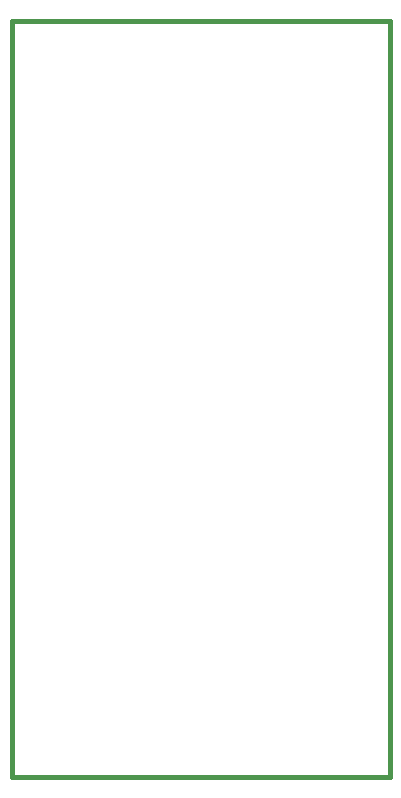
<source format=gbr>
G04 (created by PCBNEW-RS274X (2011-aug-04)-testing) date Sun 07 Apr 2013 12:34:02 PM PDT*
G01*
G70*
G90*
%MOIN*%
G04 Gerber Fmt 3.4, Leading zero omitted, Abs format*
%FSLAX34Y34*%
G04 APERTURE LIST*
%ADD10C,0.006000*%
%ADD11C,0.015000*%
G04 APERTURE END LIST*
G54D10*
G54D11*
X20000Y-45197D02*
X32598Y-45197D01*
X20000Y-20000D02*
X32598Y-20000D01*
X32598Y-20000D02*
X32598Y-45197D01*
X20000Y-20000D02*
X20000Y-45197D01*
M02*

</source>
